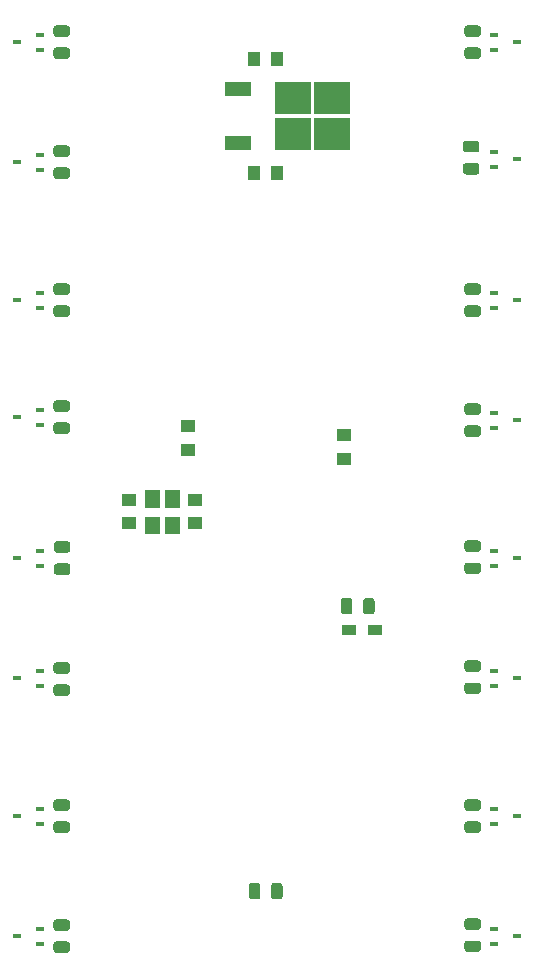
<source format=gbr>
%TF.GenerationSoftware,KiCad,Pcbnew,(5.1.9)-1*%
%TF.CreationDate,2021-06-30T11:02:33-04:00*%
%TF.ProjectId,disco_fish,64697363-6f5f-4666-9973-682e6b696361,rev?*%
%TF.SameCoordinates,Original*%
%TF.FileFunction,Paste,Top*%
%TF.FilePolarity,Positive*%
%FSLAX46Y46*%
G04 Gerber Fmt 4.6, Leading zero omitted, Abs format (unit mm)*
G04 Created by KiCad (PCBNEW (5.1.9)-1) date 2021-06-30 11:02:33*
%MOMM*%
%LPD*%
G01*
G04 APERTURE LIST*
%ADD10C,0.100000*%
%ADD11R,1.000000X1.250000*%
%ADD12R,1.250000X1.000000*%
%ADD13R,1.200000X0.900000*%
%ADD14R,0.700000X0.450000*%
%ADD15R,3.050000X2.750000*%
%ADD16R,2.200000X1.200000*%
%ADD17R,1.200000X1.400000*%
G04 APERTURE END LIST*
D10*
%TO.C,Y1*%
G36*
X156311600Y-95072200D02*
G01*
X156311600Y-96469200D01*
X157505400Y-96469200D01*
X157505400Y-95072200D01*
X156311600Y-95072200D01*
G37*
X156311600Y-95072200D02*
X156311600Y-96469200D01*
X157505400Y-96469200D01*
X157505400Y-95072200D01*
X156311600Y-95072200D01*
G36*
X156311600Y-97332800D02*
G01*
X156311600Y-98729800D01*
X157505400Y-98729800D01*
X157505400Y-97332800D01*
X156311600Y-97332800D01*
G37*
X156311600Y-97332800D02*
X156311600Y-98729800D01*
X157505400Y-98729800D01*
X157505400Y-97332800D01*
X156311600Y-97332800D01*
G36*
X154660600Y-97332800D02*
G01*
X154660600Y-98729800D01*
X155854400Y-98729800D01*
X155854400Y-97332800D01*
X154660600Y-97332800D01*
G37*
X154660600Y-97332800D02*
X154660600Y-98729800D01*
X155854400Y-98729800D01*
X155854400Y-97332800D01*
X154660600Y-97332800D01*
G36*
X154660600Y-95072200D02*
G01*
X154660600Y-96469200D01*
X155854400Y-96469200D01*
X155854400Y-95072200D01*
X154660600Y-95072200D01*
G37*
X154660600Y-95072200D02*
X154660600Y-96469200D01*
X155854400Y-96469200D01*
X155854400Y-95072200D01*
X154660600Y-95072200D01*
%TD*%
D11*
%TO.C,C1*%
X165846000Y-58547000D03*
X163846000Y-58547000D03*
%TD*%
%TO.C,C2*%
X165846000Y-68199000D03*
X163846000Y-68199000D03*
%TD*%
D12*
%TO.C,C3*%
X153289000Y-97901000D03*
X153289000Y-95901000D03*
%TD*%
%TO.C,C4*%
X158877000Y-97901000D03*
X158877000Y-95901000D03*
%TD*%
%TO.C,C5*%
X158242000Y-89678000D03*
X158242000Y-91678000D03*
%TD*%
%TO.C,C6*%
X171450000Y-90440000D03*
X171450000Y-92440000D03*
%TD*%
D13*
%TO.C,D1*%
X171874000Y-106934000D03*
X174074000Y-106934000D03*
%TD*%
D14*
%TO.C,Q1*%
X184166000Y-110348000D03*
X184166000Y-111648000D03*
X186166000Y-110998000D03*
%TD*%
%TO.C,Q2*%
X186166000Y-67056000D03*
X184166000Y-67706000D03*
X184166000Y-66406000D03*
%TD*%
%TO.C,Q3*%
X145780000Y-101488000D03*
X145780000Y-100188000D03*
X143780000Y-100838000D03*
%TD*%
%TO.C,Q4*%
X143780000Y-57150000D03*
X145780000Y-56500000D03*
X145780000Y-57800000D03*
%TD*%
%TO.C,Q5*%
X186166000Y-100838000D03*
X184166000Y-101488000D03*
X184166000Y-100188000D03*
%TD*%
%TO.C,Q6*%
X184166000Y-56500000D03*
X184166000Y-57800000D03*
X186166000Y-57150000D03*
%TD*%
%TO.C,Q7*%
X143780000Y-110998000D03*
X145780000Y-110348000D03*
X145780000Y-111648000D03*
%TD*%
%TO.C,Q8*%
X145780000Y-67960000D03*
X145780000Y-66660000D03*
X143780000Y-67310000D03*
%TD*%
%TO.C,Q9*%
X186166000Y-132842000D03*
X184166000Y-133492000D03*
X184166000Y-132192000D03*
%TD*%
%TO.C,Q10*%
X184166000Y-88504000D03*
X184166000Y-89804000D03*
X186166000Y-89154000D03*
%TD*%
%TO.C,Q11*%
X143780000Y-122682000D03*
X145780000Y-122032000D03*
X145780000Y-123332000D03*
%TD*%
%TO.C,Q12*%
X145780000Y-79644000D03*
X145780000Y-78344000D03*
X143780000Y-78994000D03*
%TD*%
%TO.C,Q13*%
X186166000Y-122682000D03*
X184166000Y-123332000D03*
X184166000Y-122032000D03*
%TD*%
%TO.C,Q14*%
X184166000Y-78344000D03*
X184166000Y-79644000D03*
X186166000Y-78994000D03*
%TD*%
%TO.C,Q15*%
X143780000Y-132842000D03*
X145780000Y-132192000D03*
X145780000Y-133492000D03*
%TD*%
%TO.C,Q16*%
X145780000Y-89550000D03*
X145780000Y-88250000D03*
X143780000Y-88900000D03*
%TD*%
%TO.C,R1*%
G36*
G01*
X181915750Y-111369500D02*
X182828250Y-111369500D01*
G75*
G02*
X183072000Y-111613250I0J-243750D01*
G01*
X183072000Y-112100750D01*
G75*
G02*
X182828250Y-112344500I-243750J0D01*
G01*
X181915750Y-112344500D01*
G75*
G02*
X181672000Y-112100750I0J243750D01*
G01*
X181672000Y-111613250D01*
G75*
G02*
X181915750Y-111369500I243750J0D01*
G01*
G37*
G36*
G01*
X181915750Y-109494500D02*
X182828250Y-109494500D01*
G75*
G02*
X183072000Y-109738250I0J-243750D01*
G01*
X183072000Y-110225750D01*
G75*
G02*
X182828250Y-110469500I-243750J0D01*
G01*
X181915750Y-110469500D01*
G75*
G02*
X181672000Y-110225750I0J243750D01*
G01*
X181672000Y-109738250D01*
G75*
G02*
X181915750Y-109494500I243750J0D01*
G01*
G37*
%TD*%
%TO.C,R2*%
G36*
G01*
X181788750Y-65504000D02*
X182701250Y-65504000D01*
G75*
G02*
X182945000Y-65747750I0J-243750D01*
G01*
X182945000Y-66235250D01*
G75*
G02*
X182701250Y-66479000I-243750J0D01*
G01*
X181788750Y-66479000D01*
G75*
G02*
X181545000Y-66235250I0J243750D01*
G01*
X181545000Y-65747750D01*
G75*
G02*
X181788750Y-65504000I243750J0D01*
G01*
G37*
G36*
G01*
X181788750Y-67379000D02*
X182701250Y-67379000D01*
G75*
G02*
X182945000Y-67622750I0J-243750D01*
G01*
X182945000Y-68110250D01*
G75*
G02*
X182701250Y-68354000I-243750J0D01*
G01*
X181788750Y-68354000D01*
G75*
G02*
X181545000Y-68110250I0J243750D01*
G01*
X181545000Y-67622750D01*
G75*
G02*
X181788750Y-67379000I243750J0D01*
G01*
G37*
%TD*%
%TO.C,R3*%
G36*
G01*
X148073251Y-100388000D02*
X147160751Y-100388000D01*
G75*
G02*
X146917001Y-100144250I0J243750D01*
G01*
X146917001Y-99656750D01*
G75*
G02*
X147160751Y-99413000I243750J0D01*
G01*
X148073251Y-99413000D01*
G75*
G02*
X148317001Y-99656750I0J-243750D01*
G01*
X148317001Y-100144250D01*
G75*
G02*
X148073251Y-100388000I-243750J0D01*
G01*
G37*
G36*
G01*
X148073251Y-102263000D02*
X147160751Y-102263000D01*
G75*
G02*
X146917001Y-102019250I0J243750D01*
G01*
X146917001Y-101531750D01*
G75*
G02*
X147160751Y-101288000I243750J0D01*
G01*
X148073251Y-101288000D01*
G75*
G02*
X148317001Y-101531750I0J-243750D01*
G01*
X148317001Y-102019250D01*
G75*
G02*
X148073251Y-102263000I-243750J0D01*
G01*
G37*
%TD*%
%TO.C,R4*%
G36*
G01*
X148030250Y-56700000D02*
X147117750Y-56700000D01*
G75*
G02*
X146874000Y-56456250I0J243750D01*
G01*
X146874000Y-55968750D01*
G75*
G02*
X147117750Y-55725000I243750J0D01*
G01*
X148030250Y-55725000D01*
G75*
G02*
X148274000Y-55968750I0J-243750D01*
G01*
X148274000Y-56456250D01*
G75*
G02*
X148030250Y-56700000I-243750J0D01*
G01*
G37*
G36*
G01*
X148030250Y-58575000D02*
X147117750Y-58575000D01*
G75*
G02*
X146874000Y-58331250I0J243750D01*
G01*
X146874000Y-57843750D01*
G75*
G02*
X147117750Y-57600000I243750J0D01*
G01*
X148030250Y-57600000D01*
G75*
G02*
X148274000Y-57843750I0J-243750D01*
G01*
X148274000Y-58331250D01*
G75*
G02*
X148030250Y-58575000I-243750J0D01*
G01*
G37*
%TD*%
%TO.C,R5*%
G36*
G01*
X181915750Y-101209500D02*
X182828250Y-101209500D01*
G75*
G02*
X183072000Y-101453250I0J-243750D01*
G01*
X183072000Y-101940750D01*
G75*
G02*
X182828250Y-102184500I-243750J0D01*
G01*
X181915750Y-102184500D01*
G75*
G02*
X181672000Y-101940750I0J243750D01*
G01*
X181672000Y-101453250D01*
G75*
G02*
X181915750Y-101209500I243750J0D01*
G01*
G37*
G36*
G01*
X181915750Y-99334500D02*
X182828250Y-99334500D01*
G75*
G02*
X183072000Y-99578250I0J-243750D01*
G01*
X183072000Y-100065750D01*
G75*
G02*
X182828250Y-100309500I-243750J0D01*
G01*
X181915750Y-100309500D01*
G75*
G02*
X181672000Y-100065750I0J243750D01*
G01*
X181672000Y-99578250D01*
G75*
G02*
X181915750Y-99334500I243750J0D01*
G01*
G37*
%TD*%
%TO.C,R6*%
G36*
G01*
X181915750Y-55725000D02*
X182828250Y-55725000D01*
G75*
G02*
X183072000Y-55968750I0J-243750D01*
G01*
X183072000Y-56456250D01*
G75*
G02*
X182828250Y-56700000I-243750J0D01*
G01*
X181915750Y-56700000D01*
G75*
G02*
X181672000Y-56456250I0J243750D01*
G01*
X181672000Y-55968750D01*
G75*
G02*
X181915750Y-55725000I243750J0D01*
G01*
G37*
G36*
G01*
X181915750Y-57600000D02*
X182828250Y-57600000D01*
G75*
G02*
X183072000Y-57843750I0J-243750D01*
G01*
X183072000Y-58331250D01*
G75*
G02*
X182828250Y-58575000I-243750J0D01*
G01*
X181915750Y-58575000D01*
G75*
G02*
X181672000Y-58331250I0J243750D01*
G01*
X181672000Y-57843750D01*
G75*
G02*
X181915750Y-57600000I243750J0D01*
G01*
G37*
%TD*%
%TO.C,R7*%
G36*
G01*
X148030250Y-110626500D02*
X147117750Y-110626500D01*
G75*
G02*
X146874000Y-110382750I0J243750D01*
G01*
X146874000Y-109895250D01*
G75*
G02*
X147117750Y-109651500I243750J0D01*
G01*
X148030250Y-109651500D01*
G75*
G02*
X148274000Y-109895250I0J-243750D01*
G01*
X148274000Y-110382750D01*
G75*
G02*
X148030250Y-110626500I-243750J0D01*
G01*
G37*
G36*
G01*
X148030250Y-112501500D02*
X147117750Y-112501500D01*
G75*
G02*
X146874000Y-112257750I0J243750D01*
G01*
X146874000Y-111770250D01*
G75*
G02*
X147117750Y-111526500I243750J0D01*
G01*
X148030250Y-111526500D01*
G75*
G02*
X148274000Y-111770250I0J-243750D01*
G01*
X148274000Y-112257750D01*
G75*
G02*
X148030250Y-112501500I-243750J0D01*
G01*
G37*
%TD*%
%TO.C,R8*%
G36*
G01*
X148030250Y-66860000D02*
X147117750Y-66860000D01*
G75*
G02*
X146874000Y-66616250I0J243750D01*
G01*
X146874000Y-66128750D01*
G75*
G02*
X147117750Y-65885000I243750J0D01*
G01*
X148030250Y-65885000D01*
G75*
G02*
X148274000Y-66128750I0J-243750D01*
G01*
X148274000Y-66616250D01*
G75*
G02*
X148030250Y-66860000I-243750J0D01*
G01*
G37*
G36*
G01*
X148030250Y-68735000D02*
X147117750Y-68735000D01*
G75*
G02*
X146874000Y-68491250I0J243750D01*
G01*
X146874000Y-68003750D01*
G75*
G02*
X147117750Y-67760000I243750J0D01*
G01*
X148030250Y-67760000D01*
G75*
G02*
X148274000Y-68003750I0J-243750D01*
G01*
X148274000Y-68491250D01*
G75*
G02*
X148030250Y-68735000I-243750J0D01*
G01*
G37*
%TD*%
%TO.C,R9*%
G36*
G01*
X174066500Y-104445750D02*
X174066500Y-105358250D01*
G75*
G02*
X173822750Y-105602000I-243750J0D01*
G01*
X173335250Y-105602000D01*
G75*
G02*
X173091500Y-105358250I0J243750D01*
G01*
X173091500Y-104445750D01*
G75*
G02*
X173335250Y-104202000I243750J0D01*
G01*
X173822750Y-104202000D01*
G75*
G02*
X174066500Y-104445750I0J-243750D01*
G01*
G37*
G36*
G01*
X172191500Y-104445750D02*
X172191500Y-105358250D01*
G75*
G02*
X171947750Y-105602000I-243750J0D01*
G01*
X171460250Y-105602000D01*
G75*
G02*
X171216500Y-105358250I0J243750D01*
G01*
X171216500Y-104445750D01*
G75*
G02*
X171460250Y-104202000I243750J0D01*
G01*
X171947750Y-104202000D01*
G75*
G02*
X172191500Y-104445750I0J-243750D01*
G01*
G37*
%TD*%
%TO.C,R10*%
G36*
G01*
X181915750Y-133213500D02*
X182828250Y-133213500D01*
G75*
G02*
X183072000Y-133457250I0J-243750D01*
G01*
X183072000Y-133944750D01*
G75*
G02*
X182828250Y-134188500I-243750J0D01*
G01*
X181915750Y-134188500D01*
G75*
G02*
X181672000Y-133944750I0J243750D01*
G01*
X181672000Y-133457250D01*
G75*
G02*
X181915750Y-133213500I243750J0D01*
G01*
G37*
G36*
G01*
X181915750Y-131338500D02*
X182828250Y-131338500D01*
G75*
G02*
X183072000Y-131582250I0J-243750D01*
G01*
X183072000Y-132069750D01*
G75*
G02*
X182828250Y-132313500I-243750J0D01*
G01*
X181915750Y-132313500D01*
G75*
G02*
X181672000Y-132069750I0J243750D01*
G01*
X181672000Y-131582250D01*
G75*
G02*
X181915750Y-131338500I243750J0D01*
G01*
G37*
%TD*%
%TO.C,R11*%
G36*
G01*
X181915750Y-87729000D02*
X182828250Y-87729000D01*
G75*
G02*
X183072000Y-87972750I0J-243750D01*
G01*
X183072000Y-88460250D01*
G75*
G02*
X182828250Y-88704000I-243750J0D01*
G01*
X181915750Y-88704000D01*
G75*
G02*
X181672000Y-88460250I0J243750D01*
G01*
X181672000Y-87972750D01*
G75*
G02*
X181915750Y-87729000I243750J0D01*
G01*
G37*
G36*
G01*
X181915750Y-89604000D02*
X182828250Y-89604000D01*
G75*
G02*
X183072000Y-89847750I0J-243750D01*
G01*
X183072000Y-90335250D01*
G75*
G02*
X182828250Y-90579000I-243750J0D01*
G01*
X181915750Y-90579000D01*
G75*
G02*
X181672000Y-90335250I0J243750D01*
G01*
X181672000Y-89847750D01*
G75*
G02*
X181915750Y-89604000I243750J0D01*
G01*
G37*
%TD*%
%TO.C,R12*%
G36*
G01*
X148030250Y-124107000D02*
X147117750Y-124107000D01*
G75*
G02*
X146874000Y-123863250I0J243750D01*
G01*
X146874000Y-123375750D01*
G75*
G02*
X147117750Y-123132000I243750J0D01*
G01*
X148030250Y-123132000D01*
G75*
G02*
X148274000Y-123375750I0J-243750D01*
G01*
X148274000Y-123863250D01*
G75*
G02*
X148030250Y-124107000I-243750J0D01*
G01*
G37*
G36*
G01*
X148030250Y-122232000D02*
X147117750Y-122232000D01*
G75*
G02*
X146874000Y-121988250I0J243750D01*
G01*
X146874000Y-121500750D01*
G75*
G02*
X147117750Y-121257000I243750J0D01*
G01*
X148030250Y-121257000D01*
G75*
G02*
X148274000Y-121500750I0J-243750D01*
G01*
X148274000Y-121988250D01*
G75*
G02*
X148030250Y-122232000I-243750J0D01*
G01*
G37*
%TD*%
%TO.C,R13*%
G36*
G01*
X148030250Y-78544000D02*
X147117750Y-78544000D01*
G75*
G02*
X146874000Y-78300250I0J243750D01*
G01*
X146874000Y-77812750D01*
G75*
G02*
X147117750Y-77569000I243750J0D01*
G01*
X148030250Y-77569000D01*
G75*
G02*
X148274000Y-77812750I0J-243750D01*
G01*
X148274000Y-78300250D01*
G75*
G02*
X148030250Y-78544000I-243750J0D01*
G01*
G37*
G36*
G01*
X148030250Y-80419000D02*
X147117750Y-80419000D01*
G75*
G02*
X146874000Y-80175250I0J243750D01*
G01*
X146874000Y-79687750D01*
G75*
G02*
X147117750Y-79444000I243750J0D01*
G01*
X148030250Y-79444000D01*
G75*
G02*
X148274000Y-79687750I0J-243750D01*
G01*
X148274000Y-80175250D01*
G75*
G02*
X148030250Y-80419000I-243750J0D01*
G01*
G37*
%TD*%
%TO.C,R14*%
G36*
G01*
X181915750Y-123132000D02*
X182828250Y-123132000D01*
G75*
G02*
X183072000Y-123375750I0J-243750D01*
G01*
X183072000Y-123863250D01*
G75*
G02*
X182828250Y-124107000I-243750J0D01*
G01*
X181915750Y-124107000D01*
G75*
G02*
X181672000Y-123863250I0J243750D01*
G01*
X181672000Y-123375750D01*
G75*
G02*
X181915750Y-123132000I243750J0D01*
G01*
G37*
G36*
G01*
X181915750Y-121257000D02*
X182828250Y-121257000D01*
G75*
G02*
X183072000Y-121500750I0J-243750D01*
G01*
X183072000Y-121988250D01*
G75*
G02*
X182828250Y-122232000I-243750J0D01*
G01*
X181915750Y-122232000D01*
G75*
G02*
X181672000Y-121988250I0J243750D01*
G01*
X181672000Y-121500750D01*
G75*
G02*
X181915750Y-121257000I243750J0D01*
G01*
G37*
%TD*%
%TO.C,R15*%
G36*
G01*
X181915750Y-77569000D02*
X182828250Y-77569000D01*
G75*
G02*
X183072000Y-77812750I0J-243750D01*
G01*
X183072000Y-78300250D01*
G75*
G02*
X182828250Y-78544000I-243750J0D01*
G01*
X181915750Y-78544000D01*
G75*
G02*
X181672000Y-78300250I0J243750D01*
G01*
X181672000Y-77812750D01*
G75*
G02*
X181915750Y-77569000I243750J0D01*
G01*
G37*
G36*
G01*
X181915750Y-79444000D02*
X182828250Y-79444000D01*
G75*
G02*
X183072000Y-79687750I0J-243750D01*
G01*
X183072000Y-80175250D01*
G75*
G02*
X182828250Y-80419000I-243750J0D01*
G01*
X181915750Y-80419000D01*
G75*
G02*
X181672000Y-80175250I0J243750D01*
G01*
X181672000Y-79687750D01*
G75*
G02*
X181915750Y-79444000I243750J0D01*
G01*
G37*
%TD*%
%TO.C,R16*%
G36*
G01*
X148030250Y-134267000D02*
X147117750Y-134267000D01*
G75*
G02*
X146874000Y-134023250I0J243750D01*
G01*
X146874000Y-133535750D01*
G75*
G02*
X147117750Y-133292000I243750J0D01*
G01*
X148030250Y-133292000D01*
G75*
G02*
X148274000Y-133535750I0J-243750D01*
G01*
X148274000Y-134023250D01*
G75*
G02*
X148030250Y-134267000I-243750J0D01*
G01*
G37*
G36*
G01*
X148030250Y-132392000D02*
X147117750Y-132392000D01*
G75*
G02*
X146874000Y-132148250I0J243750D01*
G01*
X146874000Y-131660750D01*
G75*
G02*
X147117750Y-131417000I243750J0D01*
G01*
X148030250Y-131417000D01*
G75*
G02*
X148274000Y-131660750I0J-243750D01*
G01*
X148274000Y-132148250D01*
G75*
G02*
X148030250Y-132392000I-243750J0D01*
G01*
G37*
%TD*%
%TO.C,R17*%
G36*
G01*
X148030250Y-90325000D02*
X147117750Y-90325000D01*
G75*
G02*
X146874000Y-90081250I0J243750D01*
G01*
X146874000Y-89593750D01*
G75*
G02*
X147117750Y-89350000I243750J0D01*
G01*
X148030250Y-89350000D01*
G75*
G02*
X148274000Y-89593750I0J-243750D01*
G01*
X148274000Y-90081250D01*
G75*
G02*
X148030250Y-90325000I-243750J0D01*
G01*
G37*
G36*
G01*
X148030250Y-88450000D02*
X147117750Y-88450000D01*
G75*
G02*
X146874000Y-88206250I0J243750D01*
G01*
X146874000Y-87718750D01*
G75*
G02*
X147117750Y-87475000I243750J0D01*
G01*
X148030250Y-87475000D01*
G75*
G02*
X148274000Y-87718750I0J-243750D01*
G01*
X148274000Y-88206250D01*
G75*
G02*
X148030250Y-88450000I-243750J0D01*
G01*
G37*
%TD*%
%TO.C,R18*%
G36*
G01*
X163421000Y-129488250D02*
X163421000Y-128575750D01*
G75*
G02*
X163664750Y-128332000I243750J0D01*
G01*
X164152250Y-128332000D01*
G75*
G02*
X164396000Y-128575750I0J-243750D01*
G01*
X164396000Y-129488250D01*
G75*
G02*
X164152250Y-129732000I-243750J0D01*
G01*
X163664750Y-129732000D01*
G75*
G02*
X163421000Y-129488250I0J243750D01*
G01*
G37*
G36*
G01*
X165296000Y-129488250D02*
X165296000Y-128575750D01*
G75*
G02*
X165539750Y-128332000I243750J0D01*
G01*
X166027250Y-128332000D01*
G75*
G02*
X166271000Y-128575750I0J-243750D01*
G01*
X166271000Y-129488250D01*
G75*
G02*
X166027250Y-129732000I-243750J0D01*
G01*
X165539750Y-129732000D01*
G75*
G02*
X165296000Y-129488250I0J243750D01*
G01*
G37*
%TD*%
D15*
%TO.C,U1*%
X167132000Y-64897000D03*
X170482000Y-61847000D03*
X167132000Y-61847000D03*
X170482000Y-64897000D03*
D16*
X162507000Y-65652000D03*
X162507000Y-61092000D03*
%TD*%
D17*
%TO.C,Y1*%
X156933000Y-95801000D03*
X156933000Y-98001000D03*
X155233000Y-98001000D03*
X155233000Y-95801000D03*
%TD*%
M02*

</source>
